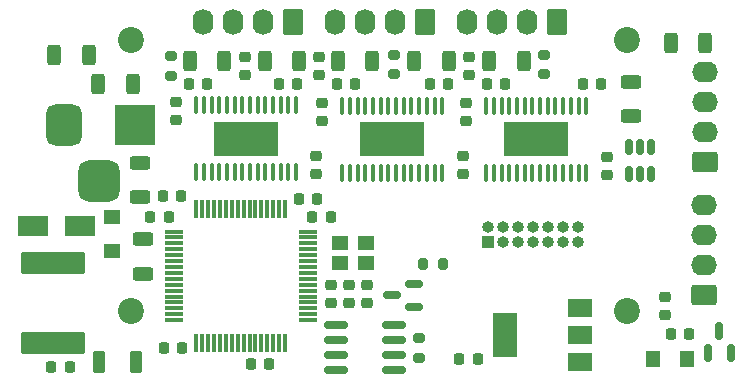
<source format=gbr>
%TF.GenerationSoftware,KiCad,Pcbnew,6.0.11+dfsg-1~bpo11+1*%
%TF.CreationDate,2023-06-12T22:03:45+02:00*%
%TF.ProjectId,motor_board_v3,6d6f746f-725f-4626-9f61-72645f76332e,rev?*%
%TF.SameCoordinates,PX87037a0PY50412a8*%
%TF.FileFunction,Soldermask,Bot*%
%TF.FilePolarity,Negative*%
%FSLAX46Y46*%
G04 Gerber Fmt 4.6, Leading zero omitted, Abs format (unit mm)*
G04 Created by KiCad (PCBNEW 6.0.11+dfsg-1~bpo11+1) date 2023-06-12 22:03:45*
%MOMM*%
%LPD*%
G01*
G04 APERTURE LIST*
G04 Aperture macros list*
%AMRoundRect*
0 Rectangle with rounded corners*
0 $1 Rounding radius*
0 $2 $3 $4 $5 $6 $7 $8 $9 X,Y pos of 4 corners*
0 Add a 4 corners polygon primitive as box body*
4,1,4,$2,$3,$4,$5,$6,$7,$8,$9,$2,$3,0*
0 Add four circle primitives for the rounded corners*
1,1,$1+$1,$2,$3*
1,1,$1+$1,$4,$5*
1,1,$1+$1,$6,$7*
1,1,$1+$1,$8,$9*
0 Add four rect primitives between the rounded corners*
20,1,$1+$1,$2,$3,$4,$5,0*
20,1,$1+$1,$4,$5,$6,$7,0*
20,1,$1+$1,$6,$7,$8,$9,0*
20,1,$1+$1,$8,$9,$2,$3,0*%
G04 Aperture macros list end*
%ADD10RoundRect,0.225000X0.225000X0.250000X-0.225000X0.250000X-0.225000X-0.250000X0.225000X-0.250000X0*%
%ADD11R,1.400000X1.200000*%
%ADD12R,1.000000X1.000000*%
%ADD13O,1.000000X1.000000*%
%ADD14RoundRect,0.100000X-0.100000X0.637500X-0.100000X-0.637500X0.100000X-0.637500X0.100000X0.637500X0*%
%ADD15R,5.400000X2.850000*%
%ADD16RoundRect,0.250000X0.620000X0.845000X-0.620000X0.845000X-0.620000X-0.845000X0.620000X-0.845000X0*%
%ADD17O,1.740000X2.190000*%
%ADD18RoundRect,0.250000X0.845000X-0.620000X0.845000X0.620000X-0.845000X0.620000X-0.845000X-0.620000X0*%
%ADD19O,2.190000X1.740000*%
%ADD20C,2.200000*%
%ADD21RoundRect,0.875000X-0.875000X-0.875000X0.875000X-0.875000X0.875000X0.875000X-0.875000X0.875000X0*%
%ADD22RoundRect,0.750000X-0.750000X-1.000000X0.750000X-1.000000X0.750000X1.000000X-0.750000X1.000000X0*%
%ADD23R,3.500000X3.500000*%
%ADD24RoundRect,0.225000X-0.225000X-0.250000X0.225000X-0.250000X0.225000X0.250000X-0.225000X0.250000X0*%
%ADD25RoundRect,0.075000X0.075000X0.700000X-0.075000X0.700000X-0.075000X-0.700000X0.075000X-0.700000X0*%
%ADD26RoundRect,0.075000X0.700000X0.075000X-0.700000X0.075000X-0.700000X-0.075000X0.700000X-0.075000X0*%
%ADD27RoundRect,0.250000X0.625000X-0.312500X0.625000X0.312500X-0.625000X0.312500X-0.625000X-0.312500X0*%
%ADD28RoundRect,0.218750X0.256250X-0.218750X0.256250X0.218750X-0.256250X0.218750X-0.256250X-0.218750X0*%
%ADD29RoundRect,0.250000X-0.312500X-0.625000X0.312500X-0.625000X0.312500X0.625000X-0.312500X0.625000X0*%
%ADD30RoundRect,0.225000X-0.250000X0.225000X-0.250000X-0.225000X0.250000X-0.225000X0.250000X0.225000X0*%
%ADD31RoundRect,0.225000X0.250000X-0.225000X0.250000X0.225000X-0.250000X0.225000X-0.250000X-0.225000X0*%
%ADD32R,2.500000X1.800000*%
%ADD33RoundRect,0.150000X-0.825000X-0.150000X0.825000X-0.150000X0.825000X0.150000X-0.825000X0.150000X0*%
%ADD34RoundRect,0.200000X-0.275000X0.200000X-0.275000X-0.200000X0.275000X-0.200000X0.275000X0.200000X0*%
%ADD35RoundRect,0.250000X0.312500X0.625000X-0.312500X0.625000X-0.312500X-0.625000X0.312500X-0.625000X0*%
%ADD36RoundRect,0.250000X-0.625000X0.312500X-0.625000X-0.312500X0.625000X-0.312500X0.625000X0.312500X0*%
%ADD37RoundRect,0.250000X-0.275000X-0.700000X0.275000X-0.700000X0.275000X0.700000X-0.275000X0.700000X0*%
%ADD38R,1.400000X1.300000*%
%ADD39RoundRect,0.200000X0.200000X0.275000X-0.200000X0.275000X-0.200000X-0.275000X0.200000X-0.275000X0*%
%ADD40RoundRect,0.200000X0.275000X-0.200000X0.275000X0.200000X-0.275000X0.200000X-0.275000X-0.200000X0*%
%ADD41R,1.300000X1.400000*%
%ADD42RoundRect,0.150000X0.150000X-0.512500X0.150000X0.512500X-0.150000X0.512500X-0.150000X-0.512500X0*%
%ADD43RoundRect,0.150000X0.587500X0.150000X-0.587500X0.150000X-0.587500X-0.150000X0.587500X-0.150000X0*%
%ADD44R,2.000000X1.500000*%
%ADD45R,2.000000X3.800000*%
%ADD46RoundRect,0.150000X0.150000X-0.587500X0.150000X0.587500X-0.150000X0.587500X-0.150000X-0.587500X0*%
%ADD47RoundRect,0.250000X2.475000X-0.712500X2.475000X0.712500X-2.475000X0.712500X-2.475000X-0.712500X0*%
G04 APERTURE END LIST*
D10*
%TO.C,C6*%
X-5194000Y-27686000D03*
X-6744000Y-27686000D03*
%TD*%
%TO.C,C4*%
X47257000Y-24892000D03*
X45707000Y-24892000D03*
%TD*%
D11*
%TO.C,Y1*%
X19896000Y-18884000D03*
X17696000Y-18884000D03*
X17696000Y-17184000D03*
X19896000Y-17184000D03*
%TD*%
D12*
%TO.C,J1*%
X30226000Y-17145000D03*
D13*
X30226000Y-15875000D03*
X31496000Y-17145000D03*
X31496000Y-15875000D03*
X32766000Y-17145000D03*
X32766000Y-15875000D03*
X34036000Y-17145000D03*
X34036000Y-15875000D03*
X35306000Y-17145000D03*
X35306000Y-15875000D03*
X36576000Y-17145000D03*
X36576000Y-15875000D03*
X37846000Y-17145000D03*
X37846000Y-15875000D03*
%TD*%
D14*
%TO.C,U5*%
X30098000Y-5567500D03*
X30748000Y-5567500D03*
X31398000Y-5567500D03*
X32048000Y-5567500D03*
X32698000Y-5567500D03*
X33348000Y-5567500D03*
X33998000Y-5567500D03*
X34648000Y-5567500D03*
X35298000Y-5567500D03*
X35948000Y-5567500D03*
X36598000Y-5567500D03*
X37248000Y-5567500D03*
X37898000Y-5567500D03*
X38548000Y-5567500D03*
X38548000Y-11292500D03*
X37898000Y-11292500D03*
X37248000Y-11292500D03*
X36598000Y-11292500D03*
X35948000Y-11292500D03*
X35298000Y-11292500D03*
X34648000Y-11292500D03*
X33998000Y-11292500D03*
X33348000Y-11292500D03*
X32698000Y-11292500D03*
X32048000Y-11292500D03*
X31398000Y-11292500D03*
X30748000Y-11292500D03*
X30098000Y-11292500D03*
D15*
X34323000Y-8430000D03*
%TD*%
D14*
%TO.C,U4*%
X17906000Y-5567500D03*
X18556000Y-5567500D03*
X19206000Y-5567500D03*
X19856000Y-5567500D03*
X20506000Y-5567500D03*
X21156000Y-5567500D03*
X21806000Y-5567500D03*
X22456000Y-5567500D03*
X23106000Y-5567500D03*
X23756000Y-5567500D03*
X24406000Y-5567500D03*
X25056000Y-5567500D03*
X25706000Y-5567500D03*
X26356000Y-5567500D03*
X26356000Y-11292500D03*
X25706000Y-11292500D03*
X25056000Y-11292500D03*
X24406000Y-11292500D03*
X23756000Y-11292500D03*
X23106000Y-11292500D03*
X22456000Y-11292500D03*
X21806000Y-11292500D03*
X21156000Y-11292500D03*
X20506000Y-11292500D03*
X19856000Y-11292500D03*
X19206000Y-11292500D03*
X18556000Y-11292500D03*
X17906000Y-11292500D03*
D15*
X22131000Y-8430000D03*
%TD*%
%TO.C,U3*%
X9750500Y-8371500D03*
D14*
X5525500Y-11234000D03*
X6175500Y-11234000D03*
X6825500Y-11234000D03*
X7475500Y-11234000D03*
X8125500Y-11234000D03*
X8775500Y-11234000D03*
X9425500Y-11234000D03*
X10075500Y-11234000D03*
X10725500Y-11234000D03*
X11375500Y-11234000D03*
X12025500Y-11234000D03*
X12675500Y-11234000D03*
X13325500Y-11234000D03*
X13975500Y-11234000D03*
X13975500Y-5509000D03*
X13325500Y-5509000D03*
X12675500Y-5509000D03*
X12025500Y-5509000D03*
X11375500Y-5509000D03*
X10725500Y-5509000D03*
X10075500Y-5509000D03*
X9425500Y-5509000D03*
X8775500Y-5509000D03*
X8125500Y-5509000D03*
X7475500Y-5509000D03*
X6825500Y-5509000D03*
X6175500Y-5509000D03*
X5525500Y-5509000D03*
%TD*%
D16*
%TO.C,J6*%
X24925000Y1496000D03*
D17*
X22385000Y1496000D03*
X19845000Y1496000D03*
X17305000Y1496000D03*
%TD*%
D18*
%TO.C,J4*%
X48547000Y-21638000D03*
D19*
X48547000Y-19098000D03*
X48547000Y-16558000D03*
X48547000Y-14018000D03*
%TD*%
D20*
%TO.C,REF\u002A\u002A*%
X0Y0D03*
%TD*%
%TO.C,REF\u002A\u002A*%
X42000000Y0D03*
%TD*%
%TO.C,REF\u002A\u002A*%
X0Y-23000000D03*
%TD*%
D18*
%TO.C,J3*%
X48567000Y-10335000D03*
D19*
X48567000Y-7795000D03*
X48567000Y-5255000D03*
X48567000Y-2715000D03*
%TD*%
D16*
%TO.C,J7*%
X36101000Y1496000D03*
D17*
X33561000Y1496000D03*
X31021000Y1496000D03*
X28481000Y1496000D03*
%TD*%
%TO.C,J5*%
X6129000Y1496000D03*
X8669000Y1496000D03*
X11209000Y1496000D03*
D16*
X13749000Y1496000D03*
%TD*%
D21*
%TO.C,J2*%
X-2682000Y-11918500D03*
D22*
X-5682000Y-7218500D03*
D23*
X318000Y-7218500D03*
%TD*%
D20*
%TO.C,REF\u002A\u002A*%
X42000000Y-23000000D03*
%TD*%
D10*
%TO.C,C25*%
X4351000Y-26083000D03*
X2801000Y-26083000D03*
%TD*%
D24*
%TO.C,C10*%
X12531500Y-3731000D03*
X14081500Y-3731000D03*
%TD*%
D25*
%TO.C,U1*%
X13041000Y-14312000D03*
X12541000Y-14312000D03*
X12041000Y-14312000D03*
X11541000Y-14312000D03*
X11041000Y-14312000D03*
X10541000Y-14312000D03*
X10041000Y-14312000D03*
X9541000Y-14312000D03*
X9041000Y-14312000D03*
X8541000Y-14312000D03*
X8041000Y-14312000D03*
X7541000Y-14312000D03*
X7041000Y-14312000D03*
X6541000Y-14312000D03*
X6041000Y-14312000D03*
X5541000Y-14312000D03*
D26*
X3616000Y-16237000D03*
X3616000Y-16737000D03*
X3616000Y-17237000D03*
X3616000Y-17737000D03*
X3616000Y-18237000D03*
X3616000Y-18737000D03*
X3616000Y-19237000D03*
X3616000Y-19737000D03*
X3616000Y-20237000D03*
X3616000Y-20737000D03*
X3616000Y-21237000D03*
X3616000Y-21737000D03*
X3616000Y-22237000D03*
X3616000Y-22737000D03*
X3616000Y-23237000D03*
X3616000Y-23737000D03*
D25*
X5541000Y-25662000D03*
X6041000Y-25662000D03*
X6541000Y-25662000D03*
X7041000Y-25662000D03*
X7541000Y-25662000D03*
X8041000Y-25662000D03*
X8541000Y-25662000D03*
X9041000Y-25662000D03*
X9541000Y-25662000D03*
X10041000Y-25662000D03*
X10541000Y-25662000D03*
X11041000Y-25662000D03*
X11541000Y-25662000D03*
X12041000Y-25662000D03*
X12541000Y-25662000D03*
X13041000Y-25662000D03*
D26*
X14966000Y-23737000D03*
X14966000Y-23237000D03*
X14966000Y-22737000D03*
X14966000Y-22237000D03*
X14966000Y-21737000D03*
X14966000Y-21237000D03*
X14966000Y-20737000D03*
X14966000Y-20237000D03*
X14966000Y-19737000D03*
X14966000Y-19237000D03*
X14966000Y-18737000D03*
X14966000Y-18237000D03*
X14966000Y-17737000D03*
X14966000Y-17237000D03*
X14966000Y-16737000D03*
X14966000Y-16237000D03*
%TD*%
D24*
%TO.C,C23*%
X14231000Y-13510000D03*
X15781000Y-13510000D03*
%TD*%
D27*
%TO.C,R6*%
X1049000Y-19798500D03*
X1049000Y-16873500D03*
%TD*%
D28*
%TO.C,FB2*%
X45245000Y-21739500D03*
X45245000Y-23314500D03*
%TD*%
D24*
%TO.C,C26*%
X15374000Y-15034000D03*
X16924000Y-15034000D03*
%TD*%
D29*
%TO.C,R7*%
X45687500Y-302000D03*
X48612500Y-302000D03*
%TD*%
D27*
%TO.C,R8*%
X795000Y-13321500D03*
X795000Y-10396500D03*
%TD*%
D30*
%TO.C,C1*%
X19959000Y-20736000D03*
X19959000Y-22286000D03*
%TD*%
D31*
%TO.C,C14*%
X15908000Y-2982000D03*
X15908000Y-1432000D03*
%TD*%
D32*
%TO.C,D5*%
X-8317000Y-15796000D03*
X-4317000Y-15796000D03*
%TD*%
D10*
%TO.C,C9*%
X6461500Y-3731000D03*
X4911500Y-3731000D03*
%TD*%
D33*
%TO.C,U2*%
X17357000Y-27988000D03*
X17357000Y-26718000D03*
X17357000Y-25448000D03*
X17357000Y-24178000D03*
X22307000Y-24178000D03*
X22307000Y-25448000D03*
X22307000Y-26718000D03*
X22307000Y-27988000D03*
%TD*%
D34*
%TO.C,R15*%
X34958000Y-1255000D03*
X34958000Y-2905000D03*
%TD*%
D29*
%TO.C,R10*%
X11336000Y-1826000D03*
X14261000Y-1826000D03*
%TD*%
D10*
%TO.C,C33*%
X29350000Y-27051000D03*
X27800000Y-27051000D03*
%TD*%
D35*
%TO.C,R14*%
X20418500Y-1826000D03*
X17493500Y-1826000D03*
%TD*%
D10*
%TO.C,C11*%
X4237000Y-13256000D03*
X2687000Y-13256000D03*
%TD*%
D24*
%TO.C,C22*%
X38247000Y-3731000D03*
X39797000Y-3731000D03*
%TD*%
D10*
%TO.C,C15*%
X18969000Y-3731000D03*
X17419000Y-3731000D03*
%TD*%
D30*
%TO.C,C7*%
X3781500Y-5242000D03*
X3781500Y-6792000D03*
%TD*%
D31*
%TO.C,C18*%
X15654000Y-11364000D03*
X15654000Y-9814000D03*
%TD*%
D36*
%TO.C,R16*%
X42324000Y-3538500D03*
X42324000Y-6463500D03*
%TD*%
D31*
%TO.C,C24*%
X28100000Y-11364000D03*
X28100000Y-9814000D03*
%TD*%
D10*
%TO.C,C27*%
X11717000Y-27480000D03*
X10167000Y-27480000D03*
%TD*%
%TO.C,C21*%
X31669000Y-3731000D03*
X30119000Y-3731000D03*
%TD*%
D37*
%TO.C,FB1*%
X-2718000Y-27305000D03*
X432000Y-27305000D03*
%TD*%
D38*
%TO.C,D6*%
X-1638530Y-17881000D03*
X-1638530Y-14981000D03*
%TD*%
D39*
%TO.C,R18*%
X26385000Y-18971000D03*
X24735000Y-18971000D03*
%TD*%
D40*
%TO.C,R9*%
X3400500Y-3032000D03*
X3400500Y-1382000D03*
%TD*%
D41*
%TO.C,D7*%
X44176000Y-27051000D03*
X47076000Y-27051000D03*
%TD*%
D24*
%TO.C,C16*%
X25293000Y-3731000D03*
X26843000Y-3731000D03*
%TD*%
D31*
%TO.C,C20*%
X28608000Y-2982000D03*
X28608000Y-1432000D03*
%TD*%
D42*
%TO.C,U8*%
X44036000Y-11345500D03*
X43086000Y-11345500D03*
X42136000Y-11345500D03*
X42136000Y-9070500D03*
X43086000Y-9070500D03*
X44036000Y-9070500D03*
%TD*%
D35*
%TO.C,R4*%
X160000Y-3731000D03*
X-2765000Y-3731000D03*
%TD*%
D43*
%TO.C,D9*%
X23944500Y-20688000D03*
X23944500Y-22588000D03*
X22069500Y-21638000D03*
%TD*%
D31*
%TO.C,C17*%
X16911000Y-22286000D03*
X16911000Y-20736000D03*
%TD*%
D30*
%TO.C,C2*%
X18435000Y-20736000D03*
X18435000Y-22286000D03*
%TD*%
D35*
%TO.C,R1*%
X-6509500Y-1318000D03*
X-3584500Y-1318000D03*
%TD*%
D10*
%TO.C,C28*%
X1658000Y-15034000D03*
X3208000Y-15034000D03*
%TD*%
D44*
%TO.C,U6*%
X37981000Y-22719000D03*
X37981000Y-25019000D03*
D45*
X31681000Y-25019000D03*
D44*
X37981000Y-27319000D03*
%TD*%
D29*
%TO.C,R13*%
X23970500Y-1826000D03*
X26895500Y-1826000D03*
%TD*%
D31*
%TO.C,C12*%
X40292000Y-11491000D03*
X40292000Y-9941000D03*
%TD*%
D30*
%TO.C,C8*%
X9623500Y-1432000D03*
X9623500Y-2982000D03*
%TD*%
D34*
%TO.C,R12*%
X22258000Y-1255000D03*
X22258000Y-2905000D03*
%TD*%
D30*
%TO.C,C19*%
X28354000Y-5369000D03*
X28354000Y-6919000D03*
%TD*%
D35*
%TO.C,R17*%
X33245500Y-1826000D03*
X30320500Y-1826000D03*
%TD*%
D30*
%TO.C,C13*%
X16162000Y-5369000D03*
X16162000Y-6919000D03*
%TD*%
D40*
%TO.C,R5*%
X24404000Y-26908000D03*
X24404000Y-25258000D03*
%TD*%
D35*
%TO.C,R11*%
X7911000Y-1826000D03*
X4986000Y-1826000D03*
%TD*%
D46*
%TO.C,Q1*%
X50767000Y-26512500D03*
X48867000Y-26512500D03*
X49817000Y-24637500D03*
%TD*%
D47*
%TO.C,F1*%
X-6571000Y-25660500D03*
X-6571000Y-18885500D03*
%TD*%
M02*

</source>
